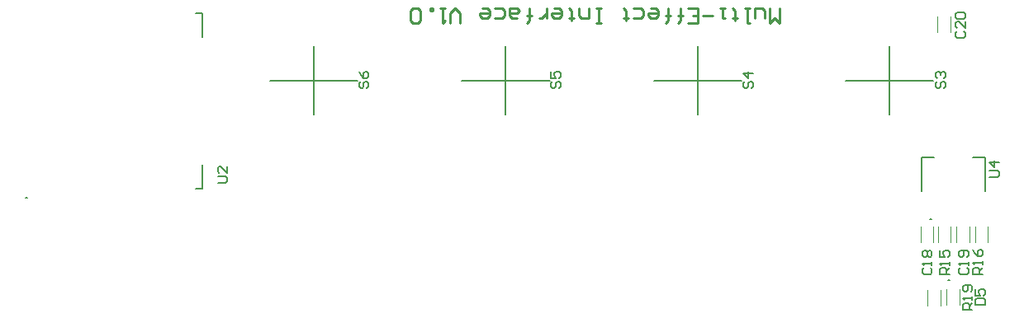
<source format=gto>
G04*
G04 #@! TF.GenerationSoftware,Altium Limited,Altium Designer,21.9.2 (33)*
G04*
G04 Layer_Color=65535*
%FSLAX25Y25*%
%MOIN*%
G70*
G04*
G04 #@! TF.SameCoordinates,7D1BAC6E-B471-4F52-9471-A17197207182*
G04*
G04*
G04 #@! TF.FilePolarity,Positive*
G04*
G01*
G75*
%ADD10C,0.00787*%
%ADD11C,0.00394*%
%ADD12C,0.00500*%
%ADD13C,0.00591*%
%ADD14C,0.00606*%
%ADD15C,0.01000*%
D10*
X443744Y89943D02*
X442956D01*
X443744D01*
X436417Y114567D02*
X435630D01*
X436417D01*
X71284Y123130D02*
X70496D01*
X71284D01*
D11*
X447448Y79794D02*
Y86093D01*
X442251Y79794D02*
Y86093D01*
X438740Y190157D02*
Y196457D01*
X443937Y190157D02*
Y196457D01*
X431768Y105264D02*
Y111563D01*
X436965Y105264D02*
Y111563D01*
X438768Y105264D02*
Y111563D01*
X443965Y105264D02*
Y111563D01*
X446268Y105264D02*
Y111563D01*
X451465Y105264D02*
Y111563D01*
X453768Y105264D02*
Y111563D01*
X458965Y105264D02*
Y111563D01*
X434606Y79724D02*
Y86024D01*
X439803Y79724D02*
Y86024D01*
D12*
X432283Y139567D02*
X437165D01*
X432283Y125787D02*
Y139567D01*
X452992D02*
X457874D01*
Y125787D02*
Y139567D01*
X139197Y127067D02*
X141756D01*
Y136713D01*
Y188287D02*
Y197933D01*
X139197D02*
X141756D01*
D13*
X324115Y170639D02*
X359549D01*
X341832Y156860D02*
Y184419D01*
X169260Y170639D02*
X204693D01*
X186976Y156860D02*
Y184419D01*
X246688Y170639D02*
X282121D01*
X264404Y156860D02*
Y184419D01*
X401543Y170639D02*
X436976D01*
X419260Y156860D02*
Y184419D01*
D14*
X453939Y79795D02*
X457875D01*
Y81763D01*
X457219Y82419D01*
X454595D01*
X453939Y81763D01*
Y79795D01*
Y86355D02*
Y83731D01*
X455907D01*
X455251Y85043D01*
Y85699D01*
X455907Y86355D01*
X457219D01*
X457875Y85699D01*
Y84387D01*
X457219Y83731D01*
X446523Y190486D02*
X445867Y189831D01*
Y188519D01*
X446523Y187863D01*
X449147D01*
X449802Y188519D01*
Y189831D01*
X449147Y190486D01*
X449802Y194422D02*
Y191798D01*
X447179Y194422D01*
X446523D01*
X445867Y193766D01*
Y192454D01*
X446523Y191798D01*
Y195734D02*
X445867Y196390D01*
Y197702D01*
X446523Y198358D01*
X449147D01*
X449802Y197702D01*
Y196390D01*
X449147Y195734D01*
X446523D01*
X459646Y131563D02*
X462926D01*
X463582Y132219D01*
Y133531D01*
X462926Y134187D01*
X459646D01*
X463582Y137466D02*
X459646D01*
X461614Y135498D01*
Y138122D01*
X447901Y94751D02*
X447245Y94095D01*
Y92783D01*
X447901Y92128D01*
X450525D01*
X451181Y92783D01*
Y94095D01*
X450525Y94751D01*
X451181Y96063D02*
Y97375D01*
Y96719D01*
X447245D01*
X447901Y96063D01*
X450525Y99343D02*
X451181Y99999D01*
Y101311D01*
X450525Y101967D01*
X447901D01*
X447245Y101311D01*
Y99999D01*
X447901Y99343D01*
X448557D01*
X449213Y99999D01*
Y101967D01*
X456889Y92324D02*
X452953D01*
Y94292D01*
X453609Y94948D01*
X454921D01*
X455577Y94292D01*
Y92324D01*
Y93636D02*
X456889Y94948D01*
Y96260D02*
Y97572D01*
Y96916D01*
X452953D01*
X453609Y96260D01*
X452953Y102164D02*
X453609Y100852D01*
X454921Y99540D01*
X456233D01*
X456889Y100196D01*
Y101508D01*
X456233Y102164D01*
X455577D01*
X454921Y101508D01*
Y99540D01*
X283203Y170210D02*
X282547Y169554D01*
Y168242D01*
X283203Y167586D01*
X283858D01*
X284514Y168242D01*
Y169554D01*
X285170Y170210D01*
X285826D01*
X286482Y169554D01*
Y168242D01*
X285826Y167586D01*
X282547Y174146D02*
Y171522D01*
X284514D01*
X283858Y172834D01*
Y173490D01*
X284514Y174146D01*
X285826D01*
X286482Y173490D01*
Y172178D01*
X285826Y171522D01*
X205775Y170210D02*
X205119Y169554D01*
Y168242D01*
X205775Y167586D01*
X206431D01*
X207087Y168242D01*
Y169554D01*
X207743Y170210D01*
X208399D01*
X209054Y169554D01*
Y168242D01*
X208399Y167586D01*
X205119Y174146D02*
X205775Y172834D01*
X207087Y171522D01*
X208399D01*
X209054Y172178D01*
Y173490D01*
X208399Y174146D01*
X207743D01*
X207087Y173490D01*
Y171522D01*
X360827Y170210D02*
X360171Y169554D01*
Y168242D01*
X360827Y167586D01*
X361483D01*
X362139Y168242D01*
Y169554D01*
X362795Y170210D01*
X363451D01*
X364107Y169554D01*
Y168242D01*
X363451Y167586D01*
X364107Y173490D02*
X360171D01*
X362139Y171522D01*
Y174146D01*
X438649Y170210D02*
X437993Y169554D01*
Y168242D01*
X438649Y167586D01*
X439305D01*
X439961Y168242D01*
Y169554D01*
X440617Y170210D01*
X441272D01*
X441928Y169554D01*
Y168242D01*
X441272Y167586D01*
X438649Y171522D02*
X437993Y172178D01*
Y173490D01*
X438649Y174146D01*
X439305D01*
X439961Y173490D01*
Y172834D01*
Y173490D01*
X440617Y174146D01*
X441272D01*
X441928Y173490D01*
Y172178D01*
X441272Y171522D01*
X148091Y129220D02*
X151371D01*
X152027Y129876D01*
Y131188D01*
X151371Y131844D01*
X148091D01*
X152027Y135780D02*
Y133156D01*
X149403Y135780D01*
X148747D01*
X148091Y135124D01*
Y133812D01*
X148747Y133156D01*
X452755Y77954D02*
X448819D01*
Y79922D01*
X449475Y80578D01*
X450787D01*
X451443Y79922D01*
Y77954D01*
Y79266D02*
X452755Y80578D01*
Y81890D02*
Y83202D01*
Y82546D01*
X448819D01*
X449475Y81890D01*
X452099Y85170D02*
X452755Y85826D01*
Y87138D01*
X452099Y87794D01*
X449475D01*
X448819Y87138D01*
Y85826D01*
X449475Y85170D01*
X450131D01*
X450787Y85826D01*
Y87794D01*
X443503Y92128D02*
X439568D01*
Y94095D01*
X440224Y94751D01*
X441535D01*
X442191Y94095D01*
Y92128D01*
Y93440D02*
X443503Y94751D01*
Y96063D02*
Y97375D01*
Y96719D01*
X439568D01*
X440224Y96063D01*
X439568Y101967D02*
Y99343D01*
X441535D01*
X440879Y100655D01*
Y101311D01*
X441535Y101967D01*
X442847D01*
X443503Y101311D01*
Y99999D01*
X442847Y99343D01*
X433137Y94751D02*
X432481Y94095D01*
Y92783D01*
X433137Y92128D01*
X435761D01*
X436417Y92783D01*
Y94095D01*
X435761Y94751D01*
X436417Y96063D02*
Y97375D01*
Y96719D01*
X432481D01*
X433137Y96063D01*
Y99343D02*
X432481Y99999D01*
Y101311D01*
X433137Y101967D01*
X433793D01*
X434449Y101311D01*
X435105Y101967D01*
X435761D01*
X436417Y101311D01*
Y99999D01*
X435761Y99343D01*
X435105D01*
X434449Y99999D01*
X433793Y99343D01*
X433137D01*
X434449Y99999D02*
Y101311D01*
D15*
X374984Y199787D02*
Y193789D01*
X372985Y195789D01*
X370986Y193789D01*
Y199787D01*
X368986Y195789D02*
Y198788D01*
X367986Y199787D01*
X364987D01*
Y195789D01*
X362988Y199787D02*
X360989D01*
X361988D01*
Y193789D01*
X362988D01*
X356990Y194789D02*
Y195789D01*
X357990D01*
X355990D01*
X356990D01*
Y198788D01*
X355990Y199787D01*
X352991D02*
X350992D01*
X351992D01*
Y195789D01*
X352991D01*
X347993Y196788D02*
X343994D01*
X337996Y193789D02*
X341995D01*
Y199787D01*
X337996D01*
X341995Y196788D02*
X339996D01*
X334997Y199787D02*
Y194789D01*
Y196788D01*
X335997D01*
X333998D01*
X334997D01*
Y194789D01*
X333998Y193789D01*
X329999Y199787D02*
Y194789D01*
Y196788D01*
X330998D01*
X328999D01*
X329999D01*
Y194789D01*
X328999Y193789D01*
X323001Y199787D02*
X325000D01*
X326000Y198788D01*
Y196788D01*
X325000Y195789D01*
X323001D01*
X322001Y196788D01*
Y197788D01*
X326000D01*
X316003Y195789D02*
X319002D01*
X320002Y196788D01*
Y198788D01*
X319002Y199787D01*
X316003D01*
X313004Y194789D02*
Y195789D01*
X314004D01*
X312005D01*
X313004D01*
Y198788D01*
X312005Y199787D01*
X303008Y193789D02*
X301008D01*
X302008D01*
Y199787D01*
X303008D01*
X301008D01*
X298009D02*
Y195789D01*
X295010D01*
X294010Y196788D01*
Y199787D01*
X291011Y194789D02*
Y195789D01*
X292011D01*
X290012D01*
X291011D01*
Y198788D01*
X290012Y199787D01*
X284014D02*
X286013D01*
X287013Y198788D01*
Y196788D01*
X286013Y195789D01*
X284014D01*
X283014Y196788D01*
Y197788D01*
X287013D01*
X281015Y195789D02*
Y199787D01*
Y197788D01*
X280015Y196788D01*
X279015Y195789D01*
X278016D01*
X274017Y199787D02*
Y194789D01*
Y196788D01*
X275017D01*
X273017D01*
X274017D01*
Y194789D01*
X273017Y193789D01*
X269019Y195789D02*
X267019D01*
X266020Y196788D01*
Y199787D01*
X269019D01*
X270018Y198788D01*
X269019Y197788D01*
X266020D01*
X260021Y195789D02*
X263020D01*
X264020Y196788D01*
Y198788D01*
X263020Y199787D01*
X260021D01*
X255023D02*
X257022D01*
X258022Y198788D01*
Y196788D01*
X257022Y195789D01*
X255023D01*
X254023Y196788D01*
Y197788D01*
X258022D01*
X246026Y193789D02*
Y197788D01*
X244027Y199787D01*
X242027Y197788D01*
Y193789D01*
X240028Y199787D02*
X238029D01*
X239028D01*
Y193789D01*
X240028Y194789D01*
X235030Y199787D02*
Y198788D01*
X234030D01*
Y199787D01*
X235030D01*
X230031Y194789D02*
X229031Y193789D01*
X227032D01*
X226032Y194789D01*
Y198788D01*
X227032Y199787D01*
X229031D01*
X230031Y198788D01*
Y194789D01*
M02*

</source>
